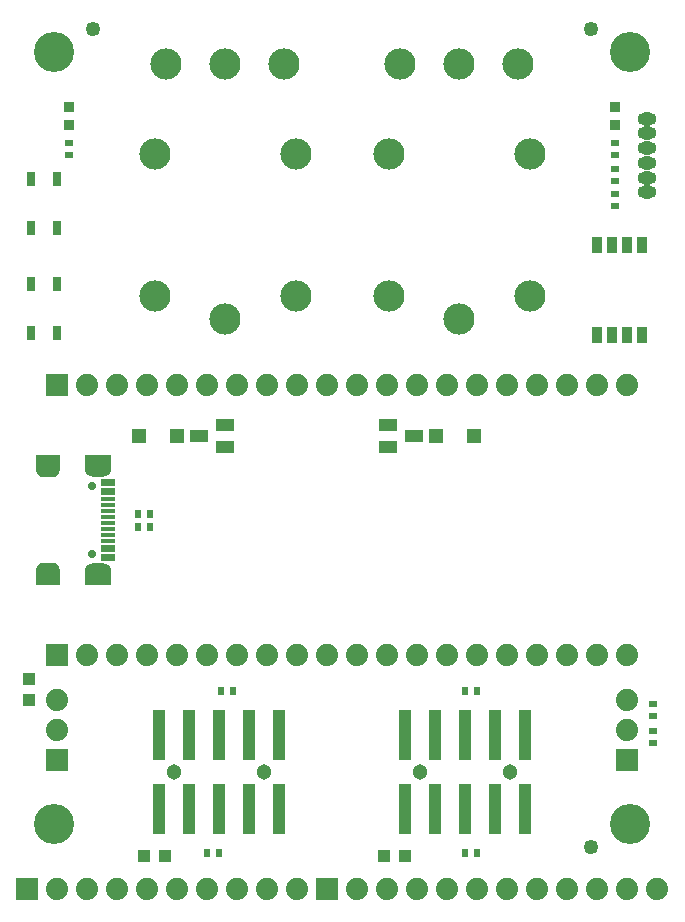
<source format=gbr>
G04 #@! TF.GenerationSoftware,KiCad,Pcbnew,5.1.0-rc2-unknown-036be7d~80~ubuntu16.04.1*
G04 #@! TF.CreationDate,2022-06-17T14:25:57+03:00*
G04 #@! TF.ProjectId,RT1010Py-DevKit_RevB,52543130-3130-4507-992d-4465764b6974,B*
G04 #@! TF.SameCoordinates,Original*
G04 #@! TF.FileFunction,Soldermask,Top*
G04 #@! TF.FilePolarity,Negative*
%FSLAX46Y46*%
G04 Gerber Fmt 4.6, Leading zero omitted, Abs format (unit mm)*
G04 Created by KiCad (PCBNEW 5.1.0-rc2-unknown-036be7d~80~ubuntu16.04.1) date 2022-06-17 14:25:57*
%MOMM*%
%LPD*%
G04 APERTURE LIST*
%ADD10R,0.601600X0.651600*%
%ADD11C,1.301600*%
%ADD12R,1.101600X4.351600*%
%ADD13C,2.641600*%
%ADD14R,0.651600X0.601600*%
%ADD15R,0.901600X0.901600*%
%ADD16R,1.301600X1.301600*%
%ADD17C,1.879600*%
%ADD18R,1.879600X1.879600*%
%ADD19R,1.117600X1.117600*%
%ADD20O,1.601600X1.101600*%
%ADD21R,0.861600X1.371600*%
%ADD22R,1.501600X1.101600*%
%ADD23R,2.101600X1.201600*%
%ADD24R,2.301600X1.201600*%
%ADD25C,0.701600*%
%ADD26R,1.251600X0.351600*%
%ADD27O,2.301600X1.301600*%
%ADD28O,2.101600X1.401600*%
%ADD29R,1.251600X0.401600*%
%ADD30C,1.254000*%
%ADD31C,3.401600*%
%ADD32R,0.751600X1.151600*%
G04 APERTURE END LIST*
D10*
X108458000Y-117729000D03*
X107442000Y-117729000D03*
D11*
X111252000Y-124587000D03*
D12*
X102362000Y-127712000D03*
X102362000Y-121462000D03*
X104902000Y-127712000D03*
X104902000Y-121462000D03*
X107442000Y-127712000D03*
X107442000Y-121462000D03*
X109982000Y-127712000D03*
X109982000Y-121462000D03*
X112522000Y-127712000D03*
X112522000Y-121462000D03*
D11*
X103632000Y-124587000D03*
X90424000Y-124587000D03*
D12*
X81534000Y-127712000D03*
X81534000Y-121462000D03*
X84074000Y-127712000D03*
X84074000Y-121462000D03*
X86614000Y-127712000D03*
X86614000Y-121462000D03*
X89154000Y-127712000D03*
X89154000Y-121462000D03*
X91694000Y-127712000D03*
X91694000Y-121462000D03*
D11*
X82804000Y-124587000D03*
D13*
X106934000Y-86278000D03*
X112934000Y-72278000D03*
X100934000Y-72278000D03*
X100934000Y-84278000D03*
X112934000Y-84278000D03*
X87122000Y-86278000D03*
X93122000Y-72278000D03*
X81122000Y-72278000D03*
X81122000Y-84278000D03*
X93122000Y-84278000D03*
D14*
X123317000Y-122174000D03*
X123317000Y-121158000D03*
X123317000Y-118872000D03*
X123317000Y-119888000D03*
X120142000Y-71374000D03*
X120142000Y-72390000D03*
X73914000Y-71374000D03*
X73914000Y-72390000D03*
D15*
X120142000Y-69850000D03*
X120142000Y-68326000D03*
X73914000Y-69850000D03*
X73914000Y-68326000D03*
D16*
X104918000Y-96139000D03*
X108188000Y-96139000D03*
X83042000Y-96139000D03*
X79772000Y-96139000D03*
D13*
X101934000Y-64643000D03*
X111934000Y-64643000D03*
X106934000Y-64643000D03*
X82122000Y-64643000D03*
X92122000Y-64643000D03*
X87122000Y-64643000D03*
D17*
X123698000Y-134493000D03*
X121158000Y-134493000D03*
X103378000Y-134493000D03*
X100838000Y-134493000D03*
X98298000Y-134493000D03*
D18*
X95758000Y-134493000D03*
D17*
X105918000Y-134493000D03*
X108458000Y-134493000D03*
X113538000Y-134493000D03*
X110998000Y-134493000D03*
X116078000Y-134493000D03*
X118618000Y-134493000D03*
X72898000Y-118491000D03*
X72898000Y-121031000D03*
D18*
X72898000Y-123571000D03*
D17*
X121158000Y-118491000D03*
X121158000Y-121031000D03*
D18*
X121158000Y-123571000D03*
D17*
X80518000Y-91821000D03*
X77978000Y-91821000D03*
X75438000Y-91821000D03*
D18*
X72898000Y-91821000D03*
D17*
X83058000Y-91821000D03*
X85598000Y-91821000D03*
X90678000Y-91821000D03*
X88138000Y-91821000D03*
X93218000Y-91821000D03*
X95758000Y-91821000D03*
X100838000Y-91821000D03*
X98298000Y-91821000D03*
X103378000Y-91821000D03*
X105918000Y-91821000D03*
X110998000Y-91821000D03*
X108458000Y-91821000D03*
X118618000Y-91821000D03*
X121158000Y-91821000D03*
X116078000Y-91821000D03*
X113538000Y-91821000D03*
X80518000Y-114681000D03*
X77978000Y-114681000D03*
X75438000Y-114681000D03*
D18*
X72898000Y-114681000D03*
D17*
X83058000Y-114681000D03*
X85598000Y-114681000D03*
X90678000Y-114681000D03*
X88138000Y-114681000D03*
X93218000Y-114681000D03*
X95758000Y-114681000D03*
X100838000Y-114681000D03*
X98298000Y-114681000D03*
X103378000Y-114681000D03*
X105918000Y-114681000D03*
X110998000Y-114681000D03*
X108458000Y-114681000D03*
X118618000Y-114681000D03*
X121158000Y-114681000D03*
X116078000Y-114681000D03*
X113538000Y-114681000D03*
D19*
X70485000Y-118491000D03*
X70485000Y-116713000D03*
X80264000Y-131699000D03*
X82042000Y-131699000D03*
X102362000Y-131699000D03*
X100584000Y-131699000D03*
D20*
X122809000Y-69275000D03*
X122809000Y-70525000D03*
X122809000Y-71775000D03*
X122809000Y-73025000D03*
X122809000Y-74275000D03*
X122809000Y-75525000D03*
D14*
X120142000Y-75692000D03*
X120142000Y-76708000D03*
X120142000Y-73533000D03*
X120142000Y-74549000D03*
D10*
X79756000Y-103886000D03*
X80772000Y-103886000D03*
X79756000Y-102743000D03*
X80772000Y-102743000D03*
D21*
X118618000Y-80010000D03*
X119888000Y-80010000D03*
X121158000Y-80010000D03*
X122428000Y-80010000D03*
X122428000Y-87630000D03*
X121158000Y-87630000D03*
X119888000Y-87630000D03*
X118618000Y-87630000D03*
D22*
X87086440Y-97088960D03*
X87086440Y-95186500D03*
X84876640Y-96141540D03*
X100873560Y-95189040D03*
X100873560Y-97091500D03*
X103083360Y-96136460D03*
D23*
X72129000Y-108178600D03*
D24*
X76309000Y-108178600D03*
D23*
X72129000Y-98323400D03*
D24*
X76309000Y-98323400D03*
D25*
X75809000Y-106141000D03*
D26*
X77211000Y-101501000D03*
X77211000Y-102001000D03*
X77211000Y-102501000D03*
X77211000Y-105001000D03*
X77211000Y-103501000D03*
X77211000Y-104501000D03*
X77211000Y-104001000D03*
X77211000Y-103001000D03*
D27*
X76309000Y-107571000D03*
D28*
X72129000Y-107571000D03*
X72129000Y-98931000D03*
D25*
X75809000Y-100361000D03*
D27*
X76309000Y-98931000D03*
D29*
X77211000Y-100976000D03*
X77211000Y-105526000D03*
X77211000Y-100726000D03*
X77211000Y-105776000D03*
X77211000Y-100176000D03*
X77211000Y-106326000D03*
X77211000Y-99926000D03*
X77211000Y-106576000D03*
D30*
X118110000Y-130937000D03*
X118110000Y-61722000D03*
X75946000Y-61722000D03*
D31*
X72600000Y-129000000D03*
X121400000Y-129000000D03*
X121400000Y-63600000D03*
X72600000Y-63600000D03*
D32*
X72830000Y-83269000D03*
X72830000Y-87419000D03*
X70680000Y-83269000D03*
X70680000Y-87419000D03*
X72830000Y-74379000D03*
X72830000Y-78529000D03*
X70680000Y-74379000D03*
X70680000Y-78529000D03*
D10*
X85598000Y-131445000D03*
X86614000Y-131445000D03*
X108458000Y-131445000D03*
X107442000Y-131445000D03*
X87757000Y-117729000D03*
X86741000Y-117729000D03*
D17*
X93218000Y-134493000D03*
X90678000Y-134493000D03*
X85598000Y-134493000D03*
X88138000Y-134493000D03*
X83058000Y-134493000D03*
X80518000Y-134493000D03*
D18*
X70358000Y-134493000D03*
D17*
X72898000Y-134493000D03*
X75438000Y-134493000D03*
X77978000Y-134493000D03*
M02*

</source>
